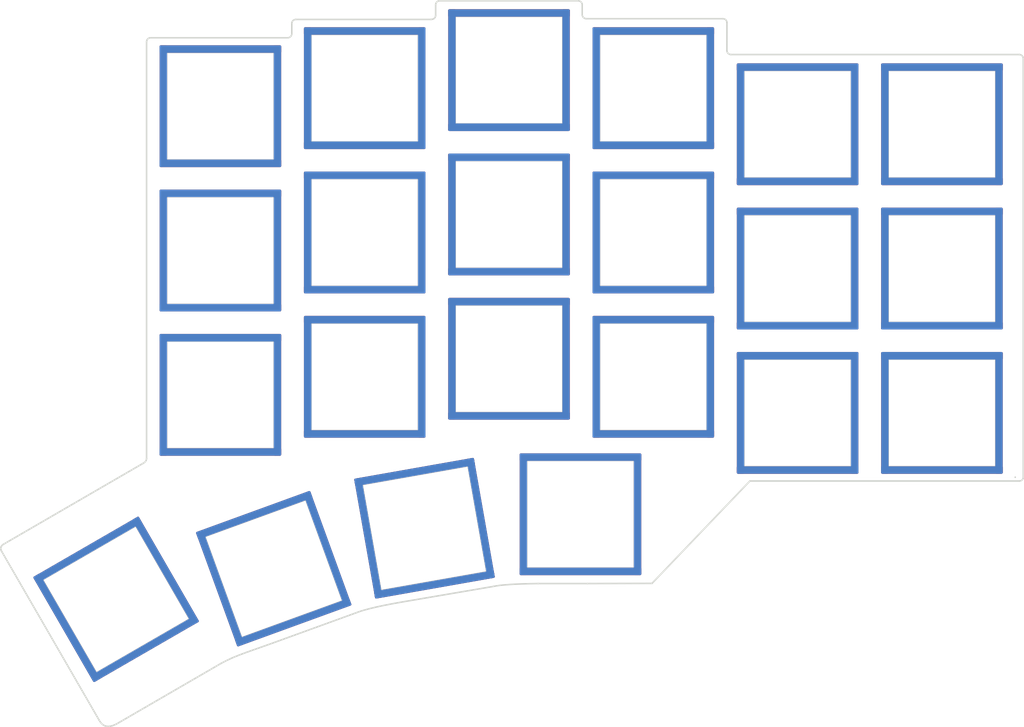
<source format=kicad_pcb>
(kicad_pcb (version 20241229) (generator "pcbnew") (generator_version "9.0")
  (title_block (title "Sandevistan44") (date "2025-05-21") (rev "0.0.1") (company "islathehut") (comment 1 "Right Side Switch Plate"))
  (layers (0 "F.Cu" signal) (2 "B.Cu" signal) (13 "F.Paste" user) (15 "B.Paste" user) (5 "F.SilkS" user "F.Silkscreen") (7 "B.SilkS" user "B.Silkscreen") (1 "F.Mask" user) (3 "B.Mask" user) (25 "Edge.Cuts" user))
  (net 0 "")
  (footprint "Library:keyswitch_hole" (layer "F.Cu") (at 186.511489 79.518988)
    (property "Reference" "SW26" (hide yes))
    (property "Value" "SW_PUSH" (hide yes))
    (fp_rect (start -7 -7) (end 7 7) (stroke (width 0.05)) (fill no) (layer "Edge.Cuts"))
    (pad "" smd roundrect (at -7.5 0 270) (size 16 1) (property pad_prop_mechanical) (layers "F.Cu" "B.Mask") (roundrect_rratio 0.15))
    (pad "" smd roundrect (at -7.5 0 270) (size 16 1) (property pad_prop_mechanical) (layers "*.Mask" "B.Cu") (roundrect_rratio 0.15))
    (pad "" smd roundrect (at 0 -7.52) (size 16 1) (property pad_prop_mechanical) (layers "F.Cu" "F.Mask") (roundrect_rratio 0.15))
    (pad "" smd roundrect (at 0 -7.52) (size 16 1) (property pad_prop_mechanical) (layers "*.Mask" "B.Cu") (roundrect_rratio 0.15))
    (pad "" smd roundrect (at 0 7.52) (size 16 1) (property pad_prop_mechanical) (layers "F.Cu" "F.Mask") (roundrect_rratio 0.15))
    (pad "" smd roundrect (at 0 7.52) (size 16 1) (property pad_prop_mechanical) (layers "*.Mask" "B.Cu") (roundrect_rratio 0.15))
    (pad "" smd roundrect (at 7.5 0 270) (size 16 1) (property pad_prop_mechanical) (layers "F.Cu" "F.Mask") (roundrect_rratio 0.15))
    (pad "" smd roundrect (at 7.5 0 270) (size 16 1) (property pad_prop_mechanical) (layers "*.Mask" "B.Cu") (roundrect_rratio 0.15))
  )
  (footprint "Library:keyswitch_hole" (layer "F.Cu") (at 137.38554 132.707275 10)
    (property "Reference" "SW36" (hide yes))
    (property "Value" "SW_PUSH" (hide yes))
    (fp_poly (pts (xy -7 -7) (xy 7 -7) (xy 7 7) (xy -7 7)) (stroke (width 0.05)) (fill no) (layer "Edge.Cuts"))
    (pad "" smd roundrect (at -7.5 0 280) (size 16 1) (property pad_prop_mechanical) (layers "F.Cu" "B.Mask") (roundrect_rratio 0.15))
    (pad "" smd roundrect (at -7.5 0 280) (size 16 1) (property pad_prop_mechanical) (layers "*.Mask" "B.Cu") (roundrect_rratio 0.15))
    (pad "" smd roundrect (at 0 -7.52 10) (size 16 1) (property pad_prop_mechanical) (layers "F.Cu" "F.Mask") (roundrect_rratio 0.15))
    (pad "" smd roundrect (at 0 -7.52 10) (size 16 1) (property pad_prop_mechanical) (layers "*.Mask" "B.Cu") (roundrect_rratio 0.15))
    (pad "" smd roundrect (at 0 7.52 10) (size 16 1) (property pad_prop_mechanical) (layers "F.Cu" "F.Mask") (roundrect_rratio 0.15))
    (pad "" smd roundrect (at 0 7.52 10) (size 16 1) (property pad_prop_mechanical) (layers "*.Mask" "B.Cu") (roundrect_rratio 0.15))
    (pad "" smd roundrect (at 7.5 0 280) (size 16 1) (property pad_prop_mechanical) (layers "F.Cu" "F.Mask") (roundrect_rratio 0.15))
    (pad "" smd roundrect (at 7.5 0 280) (size 16 1) (property pad_prop_mechanical) (layers "*.Mask" "B.Cu") (roundrect_rratio 0.15))
  )
  (footprint "Library:keyswitch_hole" (layer "F.Cu") (at 148.511489 110.393988)
    (property "Reference" "SW35" (hide yes))
    (property "Value" "SW_PUSH" (hide yes))
    (fp_rect (start -7 -7) (end 7 7) (stroke (width 0.05)) (fill no) (layer "Edge.Cuts"))
    (pad "" smd roundrect (at -7.5 0 270) (size 16 1) (property pad_prop_mechanical) (layers "F.Cu" "B.Mask") (roundrect_rratio 0.15))
    (pad "" smd roundrect (at -7.5 0 270) (size 16 1) (property pad_prop_mechanical) (layers "*.Mask" "B.Cu") (roundrect_rratio 0.15))
    (pad "" smd roundrect (at 0 -7.52) (size 16 1) (property pad_prop_mechanical) (layers "F.Cu" "F.Mask") (roundrect_rratio 0.15))
    (pad "" smd roundrect (at 0 -7.52) (size 16 1) (property pad_prop_mechanical) (layers "*.Mask" "B.Cu") (roundrect_rratio 0.15))
    (pad "" smd roundrect (at 0 7.52) (size 16 1) (property pad_prop_mechanical) (layers "F.Cu" "F.Mask") (roundrect_rratio 0.15))
    (pad "" smd roundrect (at 0 7.52) (size 16 1) (property pad_prop_mechanical) (layers "*.Mask" "B.Cu") (roundrect_rratio 0.15))
    (pad "" smd roundrect (at 7.5 0 270) (size 16 1) (property pad_prop_mechanical) (layers "F.Cu" "F.Mask") (roundrect_rratio 0.15))
    (pad "" smd roundrect (at 7.5 0 270) (size 16 1) (property pad_prop_mechanical) (layers "*.Mask" "B.Cu") (roundrect_rratio 0.15))
  )
  (footprint "Library:keyswitch_hole" (layer "F.Cu") (at 129.511489 74.768988)
    (property "Reference" "SW37" (hide yes))
    (property "Value" "SW_PUSH" (hide yes))
    (fp_rect (start -7 -7) (end 7 7) (stroke (width 0.05)) (fill no) (layer "Edge.Cuts"))
    (pad "" smd roundrect (at -7.5 0 270) (size 16 1) (property pad_prop_mechanical) (layers "F.Cu" "B.Mask") (roundrect_rratio 0.15))
    (pad "" smd roundrect (at -7.5 0 270) (size 16 1) (property pad_prop_mechanical) (layers "*.Mask" "B.Cu") (roundrect_rratio 0.15))
    (pad "" smd roundrect (at 0 -7.52) (size 16 1) (property pad_prop_mechanical) (layers "F.Cu" "F.Mask") (roundrect_rratio 0.15))
    (pad "" smd roundrect (at 0 -7.52) (size 16 1) (property pad_prop_mechanical) (layers "*.Mask" "B.Cu") (roundrect_rratio 0.15))
    (pad "" smd roundrect (at 0 7.52) (size 16 1) (property pad_prop_mechanical) (layers "F.Cu" "F.Mask") (roundrect_rratio 0.15))
    (pad "" smd roundrect (at 0 7.52) (size 16 1) (property pad_prop_mechanical) (layers "*.Mask" "B.Cu") (roundrect_rratio 0.15))
    (pad "" smd roundrect (at 7.5 0 270) (size 16 1) (property pad_prop_mechanical) (layers "F.Cu" "F.Mask") (roundrect_rratio 0.15))
    (pad "" smd roundrect (at 7.5 0 270) (size 16 1) (property pad_prop_mechanical) (layers "*.Mask" "B.Cu") (roundrect_rratio 0.15))
  )
  (footprint "Library:keyswitch_hole" (layer "F.Cu") (at 129.511489 93.768988)
    (property "Reference" "SW38" (hide yes))
    (property "Value" "SW_PUSH" (hide yes))
    (fp_rect (start -7 -7) (end 7 7) (stroke (width 0.05)) (fill no) (layer "Edge.Cuts"))
    (pad "" smd roundrect (at -7.5 0 270) (size 16 1) (property pad_prop_mechanical) (layers "F.Cu" "B.Mask") (roundrect_rratio 0.15))
    (pad "" smd roundrect (at -7.5 0 270) (size 16 1) (property pad_prop_mechanical) (layers "*.Mask" "B.Cu") (roundrect_rratio 0.15))
    (pad "" smd roundrect (at 0 -7.52) (size 16 1) (property pad_prop_mechanical) (layers "F.Cu" "F.Mask") (roundrect_rratio 0.15))
    (pad "" smd roundrect (at 0 -7.52) (size 16 1) (property pad_prop_mechanical) (layers "*.Mask" "B.Cu") (roundrect_rratio 0.15))
    (pad "" smd roundrect (at 0 7.52) (size 16 1) (property pad_prop_mechanical) (layers "F.Cu" "F.Mask") (roundrect_rratio 0.15))
    (pad "" smd roundrect (at 0 7.52) (size 16 1) (property pad_prop_mechanical) (layers "*.Mask" "B.Cu") (roundrect_rratio 0.15))
    (pad "" smd roundrect (at 7.5 0 270) (size 16 1) (property pad_prop_mechanical) (layers "F.Cu" "F.Mask") (roundrect_rratio 0.15))
    (pad "" smd roundrect (at 7.5 0 270) (size 16 1) (property pad_prop_mechanical) (layers "*.Mask" "B.Cu") (roundrect_rratio 0.15))
  )
  (footprint "Library:keyswitch_hole" (layer "F.Cu") (at 110.511489 96.143988)
    (property "Reference" "SW42" (hide yes))
    (property "Value" "SW_PUSH" (hide yes))
    (fp_rect (start -7 -7) (end 7 7) (stroke (width 0.05)) (fill no) (layer "Edge.Cuts"))
    (pad "" smd roundrect (at -7.5 0 270) (size 16 1) (property pad_prop_mechanical) (layers "F.Cu" "B.Mask") (roundrect_rratio 0.15))
    (pad "" smd roundrect (at -7.5 0 270) (size 16 1) (property pad_prop_mechanical) (layers "*.Mask" "B.Cu") (roundrect_rratio 0.15))
    (pad "" smd roundrect (at 0 -7.52) (size 16 1) (property pad_prop_mechanical) (layers "F.Cu" "F.Mask") (roundrect_rratio 0.15))
    (pad "" smd roundrect (at 0 -7.52) (size 16 1) (property pad_prop_mechanical) (layers "*.Mask" "B.Cu") (roundrect_rratio 0.15))
    (pad "" smd roundrect (at 0 7.52) (size 16 1) (property pad_prop_mechanical) (layers "F.Cu" "F.Mask") (roundrect_rratio 0.15))
    (pad "" smd roundrect (at 0 7.52) (size 16 1) (property pad_prop_mechanical) (layers "*.Mask" "B.Cu") (roundrect_rratio 0.15))
    (pad "" smd roundrect (at 7.5 0 270) (size 16 1) (property pad_prop_mechanical) (layers "F.Cu" "F.Mask") (roundrect_rratio 0.15))
    (pad "" smd roundrect (at 7.5 0 270) (size 16 1) (property pad_prop_mechanical) (layers "*.Mask" "B.Cu") (roundrect_rratio 0.15))
  )
  (footprint "Library:keyswitch_hole" (layer "F.Cu") (at 205.511489 117.518988)
    (property "Reference" "SW25" (hide yes))
    (property "Value" "SW_PUSH" (hide yes))
    (fp_rect (start -7 -7) (end 7 7) (stroke (width 0.05)) (fill no) (layer "Edge.Cuts"))
    (pad "" smd roundrect (at -7.5 0 270) (size 16 1) (property pad_prop_mechanical) (layers "F.Cu" "B.Mask") (roundrect_rratio 0.15))
    (pad "" smd roundrect (at -7.5 0 270) (size 16 1) (property pad_prop_mechanical) (layers "*.Mask" "B.Cu") (roundrect_rratio 0.15))
    (pad "" smd roundrect (at 0 -7.52) (size 16 1) (property pad_prop_mechanical) (layers "F.Cu" "F.Mask") (roundrect_rratio 0.15))
    (pad "" smd roundrect (at 0 -7.52) (size 16 1) (property pad_prop_mechanical) (layers "*.Mask" "B.Cu") (roundrect_rratio 0.15))
    (pad "" smd roundrect (at 0 7.52) (size 16 1) (property pad_prop_mechanical) (layers "F.Cu" "F.Mask") (roundrect_rratio 0.15))
    (pad "" smd roundrect (at 0 7.52) (size 16 1) (property pad_prop_mechanical) (layers "*.Mask" "B.Cu") (roundrect_rratio 0.15))
    (pad "" smd roundrect (at 7.5 0 270) (size 16 1) (property pad_prop_mechanical) (layers "F.Cu" "F.Mask") (roundrect_rratio 0.15))
    (pad "" smd roundrect (at 7.5 0 270) (size 16 1) (property pad_prop_mechanical) (layers "*.Mask" "B.Cu") (roundrect_rratio 0.15))
  )
  (footprint "Library:keyswitch_hole" (layer "F.Cu") (at 129.511489 112.768988)
    (property "Reference" "SW39" (hide yes))
    (property "Value" "SW_PUSH" (hide yes))
    (fp_rect (start -7 -7) (end 7 7) (stroke (width 0.05)) (fill no) (layer "Edge.Cuts"))
    (pad "" smd roundrect (at -7.5 0 270) (size 16 1) (property pad_prop_mechanical) (layers "F.Cu" "B.Mask") (roundrect_rratio 0.15))
    (pad "" smd roundrect (at -7.5 0 270) (size 16 1) (property pad_prop_mechanical) (layers "*.Mask" "B.Cu") (roundrect_rratio 0.15))
    (pad "" smd roundrect (at 0 -7.52) (size 16 1) (property pad_prop_mechanical) (layers "F.Cu" "F.Mask") (roundrect_rratio 0.15))
    (pad "" smd roundrect (at 0 -7.52) (size 16 1) (property pad_prop_mechanical) (layers "*.Mask" "B.Cu") (roundrect_rratio 0.15))
    (pad "" smd roundrect (at 0 7.52) (size 16 1) (property pad_prop_mechanical) (layers "F.Cu" "F.Mask") (roundrect_rratio 0.15))
    (pad "" smd roundrect (at 0 7.52) (size 16 1) (property pad_prop_mechanical) (layers "*.Mask" "B.Cu") (roundrect_rratio 0.15))
    (pad "" smd roundrect (at 7.5 0 270) (size 16 1) (property pad_prop_mechanical) (layers "F.Cu" "F.Mask") (roundrect_rratio 0.15))
    (pad "" smd roundrect (at 7.5 0 270) (size 16 1) (property pad_prop_mechanical) (layers "*.Mask" "B.Cu") (roundrect_rratio 0.15))
  )
  (footprint "Mounting Hole:MountingHole_2.2mm_M2_DIN965" (layer "F.Cu") (at 196.031489 108.228988)
    (property "Reference" "Ref**" (hide yes))
    (property "Value" "Val**" (hide yes))
    (pad "" np_thru_hole circle (at 0 0) (size 2.2 2.2) (drill 2.2) (layers "*.Cu" "*.Mask"))
  )
  (footprint "Mounting Hole:MountingHole_2.2mm_M2_DIN965" (layer "F.Cu") (at 120.491489 84.288988)
    (property "Reference" "Ref**" (hide yes))
    (property "Value" "Val**" (hide yes))
    (pad "" np_thru_hole circle (at 0 0) (size 2.2 2.2) (drill 2.2) (layers "*.Cu" "*.Mask"))
  )
  (footprint "Library:keyswitch_hole" (layer "F.Cu") (at 167.511489 74.768988)
    (property "Reference" "SW29" (hide yes))
    (property "Value" "SW_PUSH" (hide yes))
    (fp_rect (start -7 -7) (end 7 7) (stroke (width 0.05)) (fill no) (layer "Edge.Cuts"))
    (pad "" smd roundrect (at -7.5 0 270) (size 16 1) (property pad_prop_mechanical) (layers "F.Cu" "B.Mask") (roundrect_rratio 0.15))
    (pad "" smd roundrect (at -7.5 0 270) (size 16 1) (property pad_prop_mechanical) (layers "*.Mask" "B.Cu") (roundrect_rratio 0.15))
    (pad "" smd roundrect (at 0 -7.52) (size 16 1) (property pad_prop_mechanical) (layers "F.Cu" "F.Mask") (roundrect_rratio 0.15))
    (pad "" smd roundrect (at 0 -7.52) (size 16 1) (property pad_prop_mechanical) (layers "*.Mask" "B.Cu") (roundrect_rratio 0.15))
    (pad "" smd roundrect (at 0 7.52) (size 16 1) (property pad_prop_mechanical) (layers "F.Cu" "F.Mask") (roundrect_rratio 0.15))
    (pad "" smd roundrect (at 0 7.52) (size 16 1) (property pad_prop_mechanical) (layers "*.Mask" "B.Cu") (roundrect_rratio 0.15))
    (pad "" smd roundrect (at 7.5 0 270) (size 16 1) (property pad_prop_mechanical) (layers "F.Cu" "F.Mask") (roundrect_rratio 0.15))
    (pad "" smd roundrect (at 7.5 0 270) (size 16 1) (property pad_prop_mechanical) (layers "*.Mask" "B.Cu") (roundrect_rratio 0.15))
  )
  (footprint "Library:keyswitch_hole" (layer "F.Cu") (at 167.511489 112.768988)
    (property "Reference" "SW31" (hide yes))
    (property "Value" "SW_PUSH" (hide yes))
    (fp_rect (start -7 -7) (end 7 7) (stroke (width 0.05)) (fill no) (layer "Edge.Cuts"))
    (pad "" smd roundrect (at -7.5 0 270) (size 16 1) (property pad_prop_mechanical) (layers "F.Cu" "B.Mask") (roundrect_rratio 0.15))
    (pad "" smd roundrect (at -7.5 0 270) (size 16 1) (property pad_prop_mechanical) (layers "*.Mask" "B.Cu") (roundrect_rratio 0.15))
    (pad "" smd roundrect (at 0 -7.52) (size 16 1) (property pad_prop_mechanical) (layers "F.Cu" "F.Mask") (roundrect_rratio 0.15))
    (pad "" smd roundrect (at 0 -7.52) (size 16 1) (property pad_prop_mechanical) (layers "*.Mask" "B.Cu") (roundrect_rratio 0.15))
    (pad "" smd roundrect (at 0 7.52) (size 16 1) (property pad_prop_mechanical) (layers "F.Cu" "F.Mask") (roundrect_rratio 0.15))
    (pad "" smd roundrect (at 0 7.52) (size 16 1) (property pad_prop_mechanical) (layers "*.Mask" "B.Cu") (roundrect_rratio 0.15))
    (pad "" smd roundrect (at 7.5 0 270) (size 16 1) (property pad_prop_mechanical) (layers "F.Cu" "F.Mask") (roundrect_rratio 0.15))
    (pad "" smd roundrect (at 7.5 0 270) (size 16 1) (property pad_prop_mechanical) (layers "*.Mask" "B.Cu") (roundrect_rratio 0.15))
  )
  (footprint "Library:keyswitch_hole" (layer "F.Cu") (at 110.511489 77.143988)
    (property "Reference" "SW41" (hide yes))
    (property "Value" "SW_PUSH" (hide yes))
    (fp_rect (start -7 -7) (end 7 7) (stroke (width 0.05)) (fill no) (layer "Edge.Cuts"))
    (pad "" smd roundrect (at -7.5 0 270) (size 16 1) (property pad_prop_mechanical) (layers "F.Cu" "B.Mask") (roundrect_rratio 0.15))
    (pad "" smd roundrect (at -7.5 0 270) (size 16 1) (property pad_prop_mechanical) (layers "*.Mask" "B.Cu") (roundrect_rratio 0.15))
    (pad "" smd roundrect (at 0 -7.52) (size 16 1) (property pad_prop_mechanical) (layers "F.Cu" "F.Mask") (roundrect_rratio 0.15))
    (pad "" smd roundrect (at 0 -7.52) (size 16 1) (property pad_prop_mechanical) (layers "*.Mask" "B.Cu") (roundrect_rratio 0.15))
    (pad "" smd roundrect (at 0 7.52) (size 16 1) (property pad_prop_mechanical) (layers "F.Cu" "F.Mask") (roundrect_rratio 0.15))
    (pad "" smd roundrect (at 0 7.52) (size 16 1) (property pad_prop_mechanical) (layers "*.Mask" "B.Cu") (roundrect_rratio 0.15))
    (pad "" smd roundrect (at 7.5 0 270) (size 16 1) (property pad_prop_mechanical) (layers "F.Cu" "F.Mask") (roundrect_rratio 0.15))
    (pad "" smd roundrect (at 7.5 0 270) (size 16 1) (property pad_prop_mechanical) (layers "*.Mask" "B.Cu") (roundrect_rratio 0.15))
  )
  (footprint "Library:keyswitch_hole" (layer "F.Cu") (at 205.511489 79.518988)
    (property "Reference" "SW23" (hide yes))
    (property "Value" "SW_PUSH" (hide yes))
    (fp_rect (start -7 -7) (end 7 7) (stroke (width 0.05)) (fill no) (layer "Edge.Cuts"))
    (pad "" smd roundrect (at -7.5 0 270) (size 16 1) (property pad_prop_mechanical) (layers "F.Cu" "B.Mask") (roundrect_rratio 0.15))
    (pad "" smd roundrect (at -7.5 0 270) (size 16 1) (property pad_prop_mechanical) (layers "*.Mask" "B.Cu") (roundrect_rratio 0.15))
    (pad "" smd roundrect (at 0 -7.52) (size 16 1) (property pad_prop_mechanical) (layers "F.Cu" "F.Mask") (roundrect_rratio 0.15))
    (pad "" smd roundrect (at 0 -7.52) (size 16 1) (property pad_prop_mechanical) (layers "*.Mask" "B.Cu") (roundrect_rratio 0.15))
    (pad "" smd roundrect (at 0 7.52) (size 16 1) (property pad_prop_mechanical) (layers "F.Cu" "F.Mask") (roundrect_rratio 0.15))
    (pad "" smd roundrect (at 0 7.52) (size 16 1) (property pad_prop_mechanical) (layers "*.Mask" "B.Cu") (roundrect_rratio 0.15))
    (pad "" smd roundrect (at 7.5 0 270) (size 16 1) (property pad_prop_mechanical) (layers "F.Cu" "F.Mask") (roundrect_rratio 0.15))
    (pad "" smd roundrect (at 7.5 0 270) (size 16 1) (property pad_prop_mechanical) (layers "*.Mask" "B.Cu") (roundrect_rratio 0.15))
  )
  (footprint "Mounting Hole:MountingHole_2.2mm_M2_DIN965" (layer "F.Cu") (at 171.921489 127.818988)
    (property "Reference" "Ref**" (hide yes))
    (property "Value" "Val**" (hide yes))
    (pad "" np_thru_hole circle (at 0 0) (size 2.2 2.2) (drill 2.2) (layers "*.Cu" "*.Mask"))
  )
  (footprint "Library:keyswitch_hole" (layer "F.Cu") (at 148.511489 72.393988)
    (property "Reference" "SW33" (hide yes))
    (property "Value" "SW_PUSH" (hide yes))
    (fp_rect (start -7 -7) (end 7 7) (stroke (width 0.05)) (fill no) (layer "Edge.Cuts"))
    (pad "" smd roundrect (at -7.5 0 270) (size 16 1) (property pad_prop_mechanical) (layers "F.Cu" "B.Mask") (roundrect_rratio 0.15))
    (pad "" smd roundrect (at -7.5 0 270) (size 16 1) (property pad_prop_mechanical) (layers "*.Mask" "B.Cu") (roundrect_rratio 0.15))
    (pad "" smd roundrect (at 0 -7.52) (size 16 1) (property pad_prop_mechanical) (layers "F.Cu" "F.Mask") (roundrect_rratio 0.15))
    (pad "" smd roundrect (at 0 -7.52) (size 16 1) (property pad_prop_mechanical) (layers "*.Mask" "B.Cu") (roundrect_rratio 0.15))
    (pad "" smd roundrect (at 0 7.52) (size 16 1) (property pad_prop_mechanical) (layers "F.Cu" "F.Mask") (roundrect_rratio 0.15))
    (pad "" smd roundrect (at 0 7.52) (size 16 1) (property pad_prop_mechanical) (layers "*.Mask" "B.Cu") (roundrect_rratio 0.15))
    (pad "" smd roundrect (at 7.5 0 270) (size 16 1) (property pad_prop_mechanical) (layers "F.Cu" "F.Mask") (roundrect_rratio 0.15))
    (pad "" smd roundrect (at 7.5 0 270) (size 16 1) (property pad_prop_mechanical) (layers "*.Mask" "B.Cu") (roundrect_rratio 0.15))
  )
  (footprint "Library:keyswitch_hole" (layer "F.Cu") (at 186.511489 117.518988)
    (property "Reference" "SW28" (hide yes))
    (property "Value" "SW_PUSH" (hide yes))
    (fp_rect (start -7 -7) (end 7 7) (stroke (width 0.05)) (fill no) (layer "Edge.Cuts"))
    (pad "" smd roundrect (at -7.5 0 270) (size 16 1) (property pad_prop_mechanical) (layers "F.Cu" "B.Mask") (roundrect_rratio 0.15))
    (pad "" smd roundrect (at -7.5 0 270) (size 16 1) (property pad_prop_mechanical) (layers "*.Mask" "B.Cu") (roundrect_rratio 0.15))
    (pad "" smd roundrect (at 0 -7.52) (size 16 1) (property pad_prop_mechanical) (layers "F.Cu" "F.Mask") (roundrect_rratio 0.15))
    (pad "" smd roundrect (at 0 -7.52) (size 16 1) (property pad_prop_mechanical) (layers "*.Mask" "B.Cu") (roundrect_rratio 0.15))
    (pad "" smd roundrect (at 0 7.52) (size 16 1) (property pad_prop_mechanical) (layers "F.Cu" "F.Mask") (roundrect_rratio 0.15))
    (pad "" smd roundrect (at 0 7.52) (size 16 1) (property pad_prop_mechanical) (layers "*.Mask" "B.Cu") (roundrect_rratio 0.15))
    (pad "" smd roundrect (at 7.5 0 270) (size 16 1) (property pad_prop_mechanical) (layers "F.Cu" "F.Mask") (roundrect_rratio 0.15))
    (pad "" smd roundrect (at 7.5 0 270) (size 16 1) (property pad_prop_mechanical) (layers "*.Mask" "B.Cu") (roundrect_rratio 0.15))
  )
  (footprint "Mounting Hole:MountingHole_2.2mm_M2_DIN965" (layer "F.Cu") (at 139.431489 100.878988)
    (property "Reference" "Ref**" (hide yes))
    (property "Value" "Val**" (hide yes))
    (pad "" np_thru_hole circle (at 0 0) (size 2.2 2.2) (drill 2.2) (layers "*.Cu" "*.Mask"))
  )
  (footprint "Library:keyswitch_hole" (layer "F.Cu") (at 167.511489 93.768988)
    (property "Reference" "SW30" (hide yes))
    (property "Value" "SW_PUSH" (hide yes))
    (fp_rect (start -7 -7) (end 7 7) (stroke (width 0.05)) (fill no) (layer "Edge.Cuts"))
    (pad "" smd roundrect (at -7.5 0 270) (size 16 1) (property pad_prop_mechanical) (layers "F.Cu" "B.Mask") (roundrect_rratio 0.15))
    (pad "" smd roundrect (at -7.5 0 270) (size 16 1) (property pad_prop_mechanical) (layers "*.Mask" "B.Cu") (roundrect_rratio 0.15))
    (pad "" smd roundrect (at 0 -7.52) (size 16 1) (property pad_prop_mechanical) (layers "F.Cu" "F.Mask") (roundrect_rratio 0.15))
    (pad "" smd roundrect (at 0 -7.52) (size 16 1) (property pad_prop_mechanical) (layers "*.Mask" "B.Cu") (roundrect_rratio 0.15))
    (pad "" smd roundrect (at 0 7.52) (size 16 1) (property pad_prop_mechanical) (layers "F.Cu" "F.Mask") (roundrect_rratio 0.15))
    (pad "" smd roundrect (at 0 7.52) (size 16 1) (property pad_prop_mechanical) (layers "*.Mask" "B.Cu") (roundrect_rratio 0.15))
    (pad "" smd roundrect (at 7.5 0 270) (size 16 1) (property pad_prop_mechanical) (layers "F.Cu" "F.Mask") (roundrect_rratio 0.15))
    (pad "" smd roundrect (at 7.5 0 270) (size 16 1) (property pad_prop_mechanical) (layers "*.Mask" "B.Cu") (roundrect_rratio 0.15))
  )
  (footprint "Mounting Hole:MountingHole_2.2mm_M2_DIN965" (layer "F.Cu") (at 105.461489 135.803988)
    (property "Reference" "Ref**" (hide yes))
    (property "Value" "Val**" (hide yes))
    (pad "" np_thru_hole circle (at 0 0) (size 2.2 2.2) (drill 2.2) (layers "*.Cu" "*.Mask"))
  )
  (footprint "Library:keyswitch_hole" (layer "F.Cu") (at 96.779581 142.070787 -60)
    (property "Reference" "SW44" (hide yes))
    (property "Value" "SW_PUSH" (hide yes))
    (fp_poly (pts (xy -7 -7) (xy 7 -7) (xy 7 7) (xy -7 7)) (stroke (width 0.05)) (fill no) (layer "Edge.Cuts"))
    (pad "" smd roundrect (at -7.5 0 210) (size 16 1) (property pad_prop_mechanical) (layers "F.Cu" "B.Mask") (roundrect_rratio 0.15))
    (pad "" smd roundrect (at -7.5 0 210) (size 16 1) (property pad_prop_mechanical) (layers "*.Mask" "B.Cu") (roundrect_rratio 0.15))
    (pad "" smd roundrect (at 0 -7.52 300) (size 16 1) (property pad_prop_mechanical) (layers "F.Cu" "F.Mask") (roundrect_rratio 0.15))
    (pad "" smd roundrect (at 0 -7.52 300) (size 16 1) (property pad_prop_mechanical) (layers "*.Mask" "B.Cu") (roundrect_rratio 0.15))
    (pad "" smd roundrect (at 0 7.52 300) (size 16 1) (property pad_prop_mechanical) (layers "F.Cu" "F.Mask") (roundrect_rratio 0.15))
    (pad "" smd roundrect (at 0 7.52 300) (size 16 1) (property pad_prop_mechanical) (layers "*.Mask" "B.Cu") (roundrect_rratio 0.15))
    (pad "" smd roundrect (at 7.5 0 210) (size 16 1) (property pad_prop_mechanical) (layers "F.Cu" "F.Mask") (roundrect_rratio 0.15))
    (pad "" smd roundrect (at 7.5 0 210) (size 16 1) (property pad_prop_mechanical) (layers "*.Mask" "B.Cu") (roundrect_rratio 0.15))
  )
  (footprint "Library:keyswitch_hole" (layer "F.Cu") (at 205.511489 98.518988)
    (property "Reference" "SW24" (hide yes))
    (property "Value" "SW_PUSH" (hide yes))
    (fp_rect (start -7 -7) (end 7 7) (stroke (width 0.05)) (fill no) (layer "Edge.Cuts"))
    (pad "" smd roundrect (at -7.5 0 270) (size 16 1) (property pad_prop_mechanical) (layers "F.Cu" "B.Mask") (roundrect_rratio 0.15))
    (pad "" smd roundrect (at -7.5 0 270) (size 16 1) (property pad_prop_mechanical) (layers "*.Mask" "B.Cu") (roundrect_rratio 0.15))
    (pad "" smd roundrect (at 0 -7.52) (size 16 1) (property pad_prop_mechanical) (layers "F.Cu" "F.Mask") (roundrect_rratio 0.15))
    (pad "" smd roundrect (at 0 -7.52) (size 16 1) (property pad_prop_mechanical) (layers "*.Mask" "B.Cu") (roundrect_rratio 0.15))
    (pad "" smd roundrect (at 0 7.52) (size 16 1) (property pad_prop_mechanical) (layers "F.Cu" "F.Mask") (roundrect_rratio 0.15))
    (pad "" smd roundrect (at 0 7.52) (size 16 1) (property pad_prop_mechanical) (layers "*.Mask" "B.Cu") (roundrect_rratio 0.15))
    (pad "" smd roundrect (at 7.5 0 270) (size 16 1) (property pad_prop_mechanical) (layers "F.Cu" "F.Mask") (roundrect_rratio 0.15))
    (pad "" smd roundrect (at 7.5 0 270) (size 16 1) (property pad_prop_mechanical) (layers "*.Mask" "B.Cu") (roundrect_rratio 0.15))
  )
  (footprint "Library:keyswitch_hole" (layer "F.Cu") (at 148.511489 91.393988)
    (property "Reference" "SW34" (hide yes))
    (property "Value" "SW_PUSH" (hide yes))
    (fp_rect (start -7 -7) (end 7 7) (stroke (width 0.05)) (fill no) (layer "Edge.Cuts"))
    (pad "" smd roundrect (at -7.5 0 270) (size 16 1) (property pad_prop_mechanical) (layers "F.Cu" "B.Mask") (roundrect_rratio 0.15))
    (pad "" smd roundrect (at -7.5 0 270) (size 16 1) (property pad_prop_mechanical) (layers "*.Mask" "B.Cu") (roundrect_rratio 0.15))
    (pad "" smd roundrect (at 0 -7.52) (size 16 1) (property pad_prop_mechanical) (layers "F.Cu" "F.Mask") (roundrect_rratio 0.15))
    (pad "" smd roundrect (at 0 -7.52) (size 16 1) (property pad_prop_mechanical) (layers "*.Mask" "B.Cu") (roundrect_rratio 0.15))
    (pad "" smd roundrect (at 0 7.52) (size 16 1) (property pad_prop_mechanical) (layers "F.Cu" "F.Mask") (roundrect_rratio 0.15))
    (pad "" smd roundrect (at 0 7.52) (size 16 1) (property pad_prop_mechanical) (layers "*.Mask" "B.Cu") (roundrect_rratio 0.15))
    (pad "" smd roundrect (at 7.5 0 270) (size 16 1) (property pad_prop_mechanical) (layers "F.Cu" "F.Mask") (roundrect_rratio 0.15))
    (pad "" smd roundrect (at 7.5 0 270) (size 16 1) (property pad_prop_mechanical) (layers "*.Mask" "B.Cu") (roundrect_rratio 0.15))
  )
  (footprint "Library:keyswitch_hole" (layer "F.Cu") (at 186.511489 98.518988)
    (property "Reference" "SW27" (hide yes))
    (property "Value" "SW_PUSH" (hide yes))
    (fp_rect (start -7 -7) (end 7 7) (stroke (width 0.05)) (fill no) (layer "Edge.Cuts"))
    (pad "" smd roundrect (at -7.5 0 270) (size 16 1) (property pad_prop_mechanical) (layers "F.Cu" "B.Mask") (roundrect_rratio 0.15))
    (pad "" smd roundrect (at -7.5 0 270) (size 16 1) (property pad_prop_mechanical) (layers "*.Mask" "B.Cu") (roundrect_rratio 0.15))
    (pad "" smd roundrect (at 0 -7.52) (size 16 1) (property pad_prop_mechanical) (layers "F.Cu" "F.Mask") (roundrect_rratio 0.15))
    (pad "" smd roundrect (at 0 -7.52) (size 16 1) (property pad_prop_mechanical) (layers "*.Mask" "B.Cu") (roundrect_rratio 0.15))
    (pad "" smd roundrect (at 0 7.52) (size 16 1) (property pad_prop_mechanical) (layers "F.Cu" "F.Mask") (roundrect_rratio 0.15))
    (pad "" smd roundrect (at 0 7.52) (size 16 1) (property pad_prop_mechanical) (layers "*.Mask" "B.Cu") (roundrect_rratio 0.15))
    (pad "" smd roundrect (at 7.5 0 270) (size 16 1) (property pad_prop_mechanical) (layers "F.Cu" "F.Mask") (roundrect_rratio 0.15))
    (pad "" smd roundrect (at 7.5 0 270) (size 16 1) (property pad_prop_mechanical) (layers "*.Mask" "B.Cu") (roundrect_rratio 0.15))
  )
  (footprint "Library:keyswitch_hole" (layer "F.Cu") (at 117.533675 138.035887 20)
    (property "Reference" "SW40" (hide yes))
    (property "Value" "SW_PUSH" (hide yes))
    (fp_poly (pts (xy -7 -7) (xy 7 -7) (xy 7 7) (xy -7 7)) (stroke (width 0.05)) (fill no) (layer "Edge.Cuts"))
    (pad "" smd roundrect (at -7.5 0 290) (size 16 1) (property pad_prop_mechanical) (layers "F.Cu" "B.Mask") (roundrect_rratio 0.15))
    (pad "" smd roundrect (at -7.5 0 290) (size 16 1) (property pad_prop_mechanical) (layers "*.Mask" "B.Cu") (roundrect_rratio 0.15))
    (pad "" smd roundrect (at -0.000001 7.52 20) (size 16 1) (property pad_prop_mechanical) (layers "F.Cu" "F.Mask") (roundrect_rratio 0.15))
    (pad "" smd roundrect (at -0.000001 7.52 20) (size 16 1) (property pad_prop_mechanical) (layers "*.Mask" "B.Cu") (roundrect_rratio 0.15))
    (pad "" smd roundrect (at 0.000001 -7.52 20) (size 16 1) (property pad_prop_mechanical) (layers "F.Cu" "F.Mask") (roundrect_rratio 0.15))
    (pad "" smd roundrect (at 0.000001 -7.52 20) (size 16 1) (property pad_prop_mechanical) (layers "*.Mask" "B.Cu") (roundrect_rratio 0.15))
    (pad "" smd roundrect (at 7.5 0 290) (size 16 1) (property pad_prop_mechanical) (layers "F.Cu" "F.Mask") (roundrect_rratio 0.15))
    (pad "" smd roundrect (at 7.5 0 290) (size 16 1) (property pad_prop_mechanical) (layers "*.Mask" "B.Cu") (roundrect_rratio 0.15))
  )
  (footprint "Library:keyswitch_hole" (layer "F.Cu") (at 157.921489 130.868988)
    (property "Reference" "SW32" (hide yes))
    (property "Value" "SW_PUSH" (hide yes))
    (fp_rect (start -7 -7) (end 7 7) (stroke (width 0.05)) (fill no) (layer "Edge.Cuts"))
    (pad "" smd roundrect (at -7.5 0 270) (size 16 1) (property pad_prop_mechanical) (layers "F.Cu" "B.Mask") (roundrect_rratio 0.15))
    (pad "" smd roundrect (at -7.5 0 270) (size 16 1) (property pad_prop_mechanical) (layers "*.Mask" "B.Cu") (roundrect_rratio 0.15))
    (pad "" smd roundrect (at 0 -7.52) (size 16 1) (property pad_prop_mechanical) (layers "F.Cu" "F.Mask") (roundrect_rratio 0.15))
    (pad "" smd roundrect (at 0 -7.52) (size 16 1) (property pad_prop_mechanical) (layers "*.Mask" "B.Cu") (roundrect_rratio 0.15))
    (pad "" smd roundrect (at 0 7.52) (size 16 1) (property pad_prop_mechanical) (layers "F.Cu" "F.Mask") (roundrect_rratio 0.15))
    (pad "" smd roundrect (at 0 7.52) (size 16 1) (property pad_prop_mechanical) (layers "*.Mask" "B.Cu") (roundrect_rratio 0.15))
    (pad "" smd roundrect (at 7.5 0 270) (size 16 1) (property pad_prop_mechanical) (layers "F.Cu" "F.Mask") (roundrect_rratio 0.15))
    (pad "" smd roundrect (at 7.5 0 270) (size 16 1) (property pad_prop_mechanical) (layers "*.Mask" "B.Cu") (roundrect_rratio 0.15))
  )
  (footprint "Mounting Hole:MountingHole_2.2mm_M2_DIN965" (layer "F.Cu") (at 196.011489 89.018988)
    (property "Reference" "Ref**" (hide yes))
    (property "Value" "Val**")
    (pad "" np_thru_hole circle (at 0 0) (size 2.2 2.2) (drill 2.2) (layers "*.Cu" "*.Mask"))
  )
  (footprint "Library:keyswitch_hole" (layer "F.Cu") (at 110.511489 115.143988)
    (property "Reference" "SW43" (hide yes))
    (property "Value" "SW_PUSH" (hide yes))
    (fp_rect (start -7 -7) (end 7 7) (stroke (width 0.05)) (fill no) (layer "Edge.Cuts"))
    (pad "" smd roundrect (at -7.5 0 270) (size 16 1) (property pad_prop_mechanical) (layers "F.Cu" "B.Mask") (roundrect_rratio 0.15))
    (pad "" smd roundrect (at -7.5 0 270) (size 16 1) (property pad_prop_mechanical) (layers "*.Mask" "B.Cu") (roundrect_rratio 0.15))
    (pad "" smd roundrect (at 0 -7.52) (size 16 1) (property pad_prop_mechanical) (layers "F.Cu" "F.Mask") (roundrect_rratio 0.15))
    (pad "" smd roundrect (at 0 -7.52) (size 16 1) (property pad_prop_mechanical) (layers "*.Mask" "B.Cu") (roundrect_rratio 0.15))
    (pad "" smd roundrect (at 0 7.52) (size 16 1) (property pad_prop_mechanical) (layers "F.Cu" "F.Mask") (roundrect_rratio 0.15))
    (pad "" smd roundrect (at 0 7.52) (size 16 1) (property pad_prop_mechanical) (layers "*.Mask" "B.Cu") (roundrect_rratio 0.15))
    (pad "" smd roundrect (at 7.5 0 270) (size 16 1) (property pad_prop_mechanical) (layers "F.Cu" "F.Mask") (roundrect_rratio 0.15))
    (pad "" smd roundrect (at 7.5 0 270) (size 16 1) (property pad_prop_mechanical) (layers "*.Mask" "B.Cu") (roundrect_rratio 0.15))
  )
  (gr_line (start 82.071489 134.748988) (end 100.320746 124.170434) (stroke (width 0.2)) (layer "Edge.Cuts"))
  (gr_line (start 94.535848 157.958942) (end 81.691658 135.714663) (stroke (width 0.2)) (layer "Edge.Cuts"))
  (gr_curve (pts (xy 177.721489 70.338988) (xy 177.445443 70.338929) (xy 177.22168 70.115151) (xy 177.201489 69.838988)) (stroke (width 0.2)) (layer "Edge.Cuts"))
  (gr_line (start 96.801489 158.50066) (end 110.671489 150.46066) (stroke (width 0.2)) (layer "Edge.Cuts"))
  (gr_line (start 180.231489 126.488861) (end 215.721606 126.488861) (stroke (width 0.2)) (layer "Edge.Cuts"))
  (gr_line (start 134.601489 142.39066) (end 146.501489 140.36066) (stroke (width 0.2)) (layer "Edge.Cuts"))
  (gr_curve (pts (xy 152.351489 139.99066) (xy 149.091489 140.03066) (xy 147.311489 140.18066) (xy 146.501489 140.36066)) (stroke (width 0.2)) (layer "Edge.Cuts"))
  (gr_line (start 180.231489 126.488861) (end 167.341489 139.97066) (stroke (width 0.2)) (layer "Edge.Cuts"))
  (gr_curve (pts (xy 134.601489 142.39066) (xy 130.446489 143.10066) (xy 128.971489 143.61066) (xy 128.451489 143.816821)) (stroke (width 0.2)) (layer "Edge.Cuts"))
  (gr_curve (pts (xy 96.801489 158.50066) (xy 95.83602 158.966894) (xy 95.085478 158.95699) (xy 94.535848 157.958825)) (stroke (width 0.2)) (layer "Edge.Cuts"))
  (gr_line (start 167.341489 139.97066) (end 158.841489 139.99066) (stroke (width 0.2)) (layer "Edge.Cuts"))
  (gr_curve (pts (xy 215.161489 125.988988) (xy 215.161489 125.988988) (xy 215.161489 125.988988) (xy 215.161489 125.988988)) (stroke (width 0.2)) (layer "Edge.Cuts"))
  (gr_line (start 177.201489 69.838988) (end 177.206489 66.118929) (stroke (width 0.2)) (layer "Edge.Cuts"))
  (gr_curve (pts (xy 82.071489 134.748988) (xy 81.791489 134.888988) (xy 81.411489 135.198988) (xy 81.691658 135.714663)) (stroke (width 0.2)) (layer "Edge.Cuts"))
  (gr_curve (pts (xy 138.241489 65.718988) (xy 138.607535 65.718812) (xy 138.831298 65.495034) (xy 138.851489 65.218988)) (stroke (width 0.2)) (layer "Edge.Cuts"))
  (gr_line (start 158.841489 139.99066) (end 152.351489 139.99066) (stroke (width 0.2)) (layer "Edge.Cuts"))
  (gr_line (start 176.686489 65.619046) (end 158.676489 65.618929) (stroke (width 0.2)) (layer "Edge.Cuts"))
  (gr_curve (pts (xy 116.941489 147.99066) (xy 113.381489 149.25066) (xy 112.381489 149.55066) (xy 110.671489 150.46066)) (stroke (width 0.2)) (layer "Edge.Cuts"))
  (gr_line (start 116.941489 147.99066) (end 128.451489 143.816821) (stroke (width 0.2)) (layer "Edge.Cuts"))
  (gr_curve (pts (xy 176.686489 65.619046) (xy 176.962535 65.619105) (xy 177.186298 65.842883) (xy 177.206489 66.118929)) (stroke (width 0.2)) (layer "Edge.Cuts"))
  (gr_curve (pts (xy 215.161489 125.988988) (xy 215.161489 125.988988) (xy 215.161489 125.988988) (xy 215.161489 125.988988)) (stroke (width 0.2)) (layer "Edge.Cuts"))
  (gr_line (start 158.151489 65.128988) (end 158.151489 63.758988) (stroke (width 0.2)) (layer "Edge.Cuts"))
  (gr_line (start 138.241489 65.718988) (end 120.431489 65.718988) (stroke (width 0.2)) (layer "Edge.Cuts"))
  (gr_line (start 100.791489 68.628754) (end 100.791489 123.548988) (stroke (width 0.2)) (layer "Edge.Cuts"))
  (gr_line (start 119.911489 66.218871) (end 119.911489 67.628988) (stroke (width 0.2)) (layer "Edge.Cuts"))
  (gr_line (start 216.221489 70.838871) (end 216.221489 125.983988) (stroke (width 0.2)) (layer "Edge.Cuts"))
  (gr_curve (pts (xy 120.431489 65.718988) (xy 120.155443 65.719047) (xy 119.93168 65.942825) (xy 119.911489 66.218871)) (stroke (width 0.2)) (layer "Edge.Cuts"))
  (gr_curve (pts (xy 101.311489 68.128871) (xy 101.035443 68.12893) (xy 100.81168 68.352708) (xy 100.791489 68.628754)) (stroke (width 0.2)) (layer "Edge.Cuts"))
  (gr_curve (pts (xy 158.676489 65.618929) (xy 158.400443 65.61887) (xy 158.17668 65.395092) (xy 158.151489 65.128988)) (stroke (width 0.2)) (layer "Edge.Cuts"))
  (gr_curve (pts (xy 215.701489 70.338988) (xy 215.977535 70.339047) (xy 216.201298 70.562825) (xy 216.221489 70.838871)) (stroke (width 0.2)) (layer "Edge.Cuts"))
  (gr_curve (pts (xy 157.551489 63.258988) (xy 157.907535 63.259164) (xy 158.131298 63.482942) (xy 158.151489 63.758988)) (stroke (width 0.2)) (layer "Edge.Cuts"))
  (gr_curve (pts (xy 215.161489 125.988988) (xy 215.161489 125.988988) (xy 215.161489 125.988988) (xy 215.161489 125.988988)) (stroke (width 0.2)) (layer "Edge.Cuts"))
  (gr_curve (pts (xy 119.391489 68.128871) (xy 119.667535 68.128812) (xy 119.891298 67.905034) (xy 119.911489 67.628988)) (stroke (width 0.2)) (layer "Edge.Cuts"))
  (gr_curve (pts (xy 216.221489 125.983988) (xy 216.22143 126.265034) (xy 215.997652 126.488797) (xy 215.721606 126.488861)) (stroke (width 0.2)) (layer "Edge.Cuts"))
  (gr_line (start 215.701489 70.338988) (end 177.721489 70.338988) (stroke (width 0.2)) (layer "Edge.Cuts"))
  (gr_line (start 119.391489 68.128871) (end 101.311489 68.128871) (stroke (width 0.2)) (layer "Edge.Cuts"))
  (gr_curve (pts (xy 139.381489 63.258988) (xy 139.105443 63.259047) (xy 138.88168 63.482825) (xy 138.851489 63.748988)) (stroke (width 0.2)) (layer "Edge.Cuts"))
  (gr_line (start 157.551489 63.258988) (end 139.381489 63.258988) (stroke (width 0.2)) (layer "Edge.Cuts"))
  (gr_curve (pts (xy 100.320746 124.170434) (xy 100.551489 124.038988) (xy 100.771298 123.865034) (xy 100.791489 123.548988)) (stroke (width 0.2)) (layer "Edge.Cuts"))
  (gr_line (start 138.851489 63.748988) (end 138.851489 65.218988) (stroke (width 0.2)) (layer "Edge.Cuts"))
)
</source>
